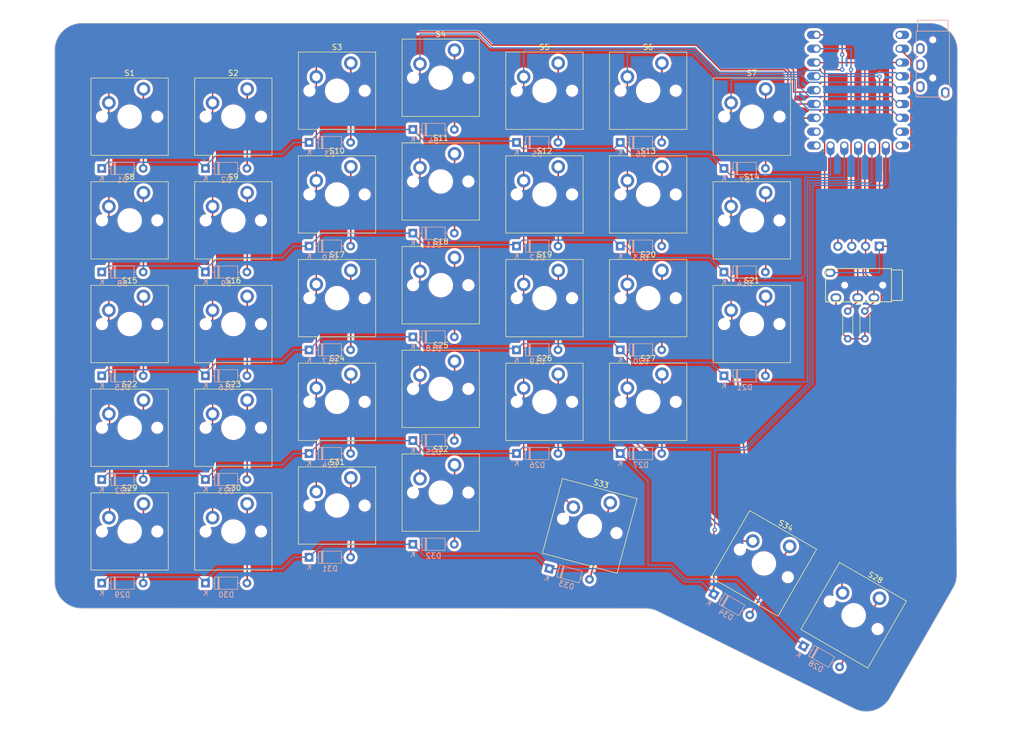
<source format=kicad_pcb>
(kicad_pcb (version 20221018) (generator pcbnew)
  (layers (0 "F.Cu" signal) (31 "B.Cu" signal) (34 "B.Paste" user) (35 "F.Paste" user) (36 "B.SilkS" user "B.Silkscreen") (37 "F.SilkS" user "F.Silkscreen") (38 "B.Mask" user) (39 "F.Mask" user) (44 "Edge.Cuts" user))
  (net 0 "")
  (net 1 "row0")
  (net 2 "Net-(D1-A)")
  (net 3 "Net-(D2-A)")
  (net 4 "Net-(D3-A)")
  (net 5 "Net-(D4-A)")
  (net 6 "Net-(D5-A)")
  (net 7 "Net-(D6-A)")
  (net 8 "row1")
  (net 9 "Net-(D8-A)")
  (net 10 "Net-(D9-A)")
  (net 11 "Net-(D10-A)")
  (net 12 "Net-(D11-A)")
  (net 13 "Net-(D12-A)")
  (net 14 "Net-(D13-A)")
  (net 15 "Net-(D14-A)")
  (net 16 "row2")
  (net 17 "Net-(D15-A)")
  (net 18 "row3")
  (net 19 "Net-(D16-A)")
  (net 20 "Net-(D17-A)")
  (net 21 "Net-(D18-A)")
  (net 22 "Net-(D19-A)")
  (net 23 "Net-(D20-A)")
  (net 24 "Net-(D21-A)")
  (net 25 "Net-(D22-A)")
  (net 26 "Net-(D23-A)")
  (net 27 "Net-(D24-A)")
  (net 28 "Net-(D25-A)")
  (net 29 "Net-(D26-A)")
  (net 30 "Net-(D27-A)")
  (net 31 "Net-(D28-A)")
  (net 32 "row4")
  (net 33 "Net-(D29-A)")
  (net 34 "Net-(D31-A)")
  (net 35 "Net-(D33-A)")
  (net 36 "col0")
  (net 37 "col1")
  (net 38 "col2")
  (net 39 "col3")
  (net 40 "col4")
  (net 41 "col5")
  (net 42 "col6")
  (net 43 "Net-(D30-A)")
  (net 44 "Net-(D32-A)")
  (net 45 "Net-(D34-A)")
  (net 46 "Net-(D7-A)")
  (net 47 "GND")
  (net 48 "VCC")
  (net 49 "SCL")
  (net 50 "SDA")
  (net 51 "TX0")
  (net 52 "RX0")
  (footprint "ScottoKeebs_MX:MX_PCB_1.00u" (layer "F.Cu") (at 63.1 60.71875)
    (fp_text reference "S9")
    (fp_text value "Keyswitch")
  )
  (footprint "ScottoKeebs_MX:MX_PCB_1.00u" (layer "F.Cu") (at 44.05 98.81875)
    (fp_text reference "S22")
    (fp_text value "Keyswitch")
  )
  (footprint "ScottoKeebs_MX:MX_PCB_1.00u" (layer "F.Cu") (at 101.2 72.625)
    (fp_text reference "S18")
    (fp_text value "Keyswitch")
  )
  (footprint "ScottoKeebs_MX:MX_PCB_1.00u" (layer "F.Cu") (at 82.15 75.00625)
    (fp_text reference "S17")
    (fp_text value "Keyswitch")
  )
  (footprint "ScottoKeebs_MX:MX_PCB_1.00u" (layer "F.Cu") (at 139.3 55.95625)
    (fp_text reference "S13")
    (fp_text value "Keyswitch")
  )
  (footprint "ScottoKeebs_MX:MX_PCB_1.00u" (layer "F.Cu") (at 120.25 55.95625)
    (fp_text reference "S12")
    (fp_text value "Keyswitch")
  )
  (footprint "ScottoKeebs_MX:MX_PCB_1.00u" (layer "F.Cu") (at 101.2 91.675)
    (fp_text reference "S25")
    (fp_text value "Keyswitch")
  )
  (footprint "ScottoKeebs_MX:MX_PCB_1.00u" (layer "F.Cu") (at 82.15 36.90625)
    (fp_text reference "S3")
    (fp_text value "Keyswitch")
  )
  (footprint "ScottoKeebs_MX:MX_PCB_1.00u" (layer "F.Cu") (at 63.1 79.76875)
    (fp_text reference "S16")
    (fp_text value "Keyswitch")
  )
  (footprint "ScottoKeebs_MX:MX_PCB_1.00u" (layer "F.Cu") (at 63.1 41.66875)
    (fp_text reference "S2")
    (fp_text value "Keyswitch")
  )
  (footprint "ScottoKeebs_MX:MX_PCB_1.00u" (layer "F.Cu") (at 158.35 79.76875)
    (fp_text reference "S21")
    (fp_text value "Keyswitch")
  )
  (footprint "ScottoKeebs_MX:MX_PCB_1.00u" (layer "F.Cu") (at 44.05 79.76875)
    (fp_text reference "S15")
    (fp_text value "Keyswitch")
  )
  (footprint "ScottoKeebs_MX:MX_PCB_1.00u" (layer "F.Cu") (at 160.560284 123.736392 -30)
    (fp_text reference "S34")
    (fp_text value "Keyswitch")
  )
  (footprint "ScottoKeebs_MX:MX_PCB_1.00u" (layer "F.Cu") (at 128.581631 116.851151 -15)
    (fp_text reference "S33")
    (fp_text value "Keyswitch")
  )
  (footprint "ScottoKeebs_MX:MX_PCB_1.00u" (layer "F.Cu") (at 44.05 41.66875)
    (fp_text reference "S1")
    (fp_text value "Keyswitch")
  )
  (footprint "ScottoKeebs_MX:MX_PCB_1.00u" (layer "F.Cu") (at 120.25 94.05625)
    (fp_text reference "S26")
    (fp_text value "Keyswitch")
  )
  (footprint "ScottoKeebs_MX:MX_PCB_1.00u" (layer "F.Cu") (at 44.05 60.71875)
    (fp_text reference "S8")
    (fp_text value "Keyswitch")
  )
  (footprint "ScottoKeebs_MX:MX_PCB_1.00u" (layer "F.Cu") (at 139.3 94.05625)
    (fp_text reference "S27")
    (fp_text value "Keyswitch")
  )
  (footprint "ScottoKeebs_MX:MX_PCB_1.00u" (layer "F.Cu") (at 63.1 98.81875)
    (fp_text reference "S23")
    (fp_text value "Keyswitch")
  )
  (footprint "ScottoKeebs_Components:OLED_128x32" (layer "F.Cu") (at 171.98375 67.08125 90)
    (fp_text reference "J1" hide)
    (fp_text value "OLED_128x32")
  )
  (footprint "ScottoKeebs_MX:MX_PCB_1.00u" (layer "F.Cu") (at 82.15 55.95625)
    (fp_text reference "S10")
    (fp_text value "Keyswitch")
  )
  (footprint "ScottoKeebs_MX:MX_PCB_1.00u" (layer "F.Cu") (at 120.25 36.90625)
    (fp_text reference "S5")
    (fp_text value "Keyswitch")
  )
  (footprint "ScottoKeebs_MX:MX_PCB_1.00u" (layer "F.Cu") (at 63.1 117.86875)
    (fp_text reference "S30")
    (fp_text value "Keyswitch")
  )
  (footprint "ScottoKeebs_MX:MX_PCB_1.00u" (layer "F.Cu") (at 101.2 53.575)
    (fp_text reference "S11")
    (fp_text value "Keyswitch")
  )
  (footprint "ScottoKeebs_MX:MX_PCB_1.00u" (layer "F.Cu") (at 101.2 34.525)
    (fp_text reference "S4")
    (fp_text value "Keyswitch")
  )
  (footprint "Resistor_THT:R_Axial_DIN0204_L3.6mm_D1.6mm_P5.08mm_Horizontal" (layer "F.Cu") (at 175.97125 82.4675 90)
    (fp_text reference "R1" hide)
    (fp_text value "Resistor" hide)
  )
  (footprint "ScottoKeebs_MX:MX_PCB_1.00u" (layer "F.Cu") (at 120.25 75.00625)
    (fp_text reference "S19")
    (fp_text value "Keyswitch")
  )
  (footprint "ScottoKeebs_MX:MX_PCB_1.00u" (layer "F.Cu") (at 139.3 75.00625)
    (fp_text reference "S20")
    (fp_text value "Keyswitch")
  )
  (footprint "ScottoKeebs_MX:MX_PCB_1.00u" (layer "F.Cu") (at 44.05 117.86875)
    (fp_text reference "S29")
    (fp_text value "Keyswitch")
  )
  (footprint "ScottoKeebs_MX:MX_PCB_1.00u" (layer "F.Cu") (at 158.35 60.71875)
    (fp_text reference "S14")
    (fp_text value "Keyswitch")
  )
  (footprint "ScottoKeebs_MX:MX_PCB_1.00u" (layer "F.Cu") (at 82.15 113.10625)
    (fp_text reference "S31")
    (fp_text value "Keyswitch")
  )
  (footprint "ScottoKeebs_MX:MX_PCB_1.00u" (layer "F.Cu") (at 82.15 94.05625)
    (fp_text reference "S24")
    (fp_text value "Keyswitch")
  )
  (footprint "ScottoKeebs_MX:MX_PCB_1.00u" (layer "F.Cu") (at 139.3 36.90625)
    (fp_text reference "S6")
    (fp_text value "Keyswitch")
  )
  (footprint "ScottoKeebs_Components:TRRS_PJ-320A" (layer "F.Cu") (at 184.00625 72.625 -90)
    (fp_text reference "U3")
    (fp_text value "TRRS")
  )
  (footprint "ScottoKeebs_MX:MX_PCB_1.00u" (layer "F.Cu") (at 158.35 41.66875)
    (fp_text reference "S7")
    (fp_text value "Keyswitch")
  )
  (footprint "ScottoKeebs_MX:MX_PCB_1.00u" (layer "F.Cu") (at 177.058068 133.261392 -30)
    (fp_text reference "S28")
    (fp_text value "Keyswitch")
  )
  (footprint "ScottoKeebs_MX:MX_PCB_1.00u" (layer "F.Cu") (at 101.2 110.725)
    (fp_text reference "S32")
    (fp_text value "Keyswitch")
  )
  (footprint "Resistor_THT:R_Axial_DIN0204_L3.6mm_D1.6mm_P5.08mm_Horizontal" (layer "F.Cu") (at 179.12125 82.4675 90)
    (fp_text reference "R2" hide)
    (fp_text value "Resistor" hide)
  )
  (footprint "ScottoKeebs_Components:Diode_DO-35" (layer "B.Cu") (at 134.175 103.55625)
    (fp_text reference "D27")
    (fp_text value "Diode")
  )
  (footprint "ScottoKeebs_Components:Diode_DO-35" (layer "B.Cu") (at 96.075 82.125)
    (fp_text reference "D18")
    (fp_text value "Diode")
  )
  (footprint "ScottoKeebs_Components:Diode_DO-35" (layer "B.Cu") (at 57.975 127.36875)
    (fp_text reference "D30")
    (fp_text value "Diode")
  )
  (footprint "ScottoKeebs_Components:Diode_DO-35" (layer "B.Cu") (at 115.125 103.55625)
    (fp_text reference "D26")
    (fp_text value "Diode")
  )
  (footprint "ScottoKeebs_Components:Diode_DO-35" (layer "B.Cu") (at 153.225 51.16875)
    (fp_text reference "D7")
    (fp_text value "Diode")
  )
  (footprint "ScottoKeebs_Components:Diode_DO-35" (layer "B.Cu") (at 96.075 120.225)
    (fp_text reference "D32")
    (fp_text value "Diode")
  )
  (footprint "ScottoKeebs_Components:Diode_DO-35" (layer "B.Cu") (at 153.225 70.21875)
    (fp_text reference "D14")
    (fp_text value "Diode")
  )
  (footprint "ScottoKeebs_Components:Diode_DO-35" (layer "B.Cu") (at 57.975 108.31875)
    (fp_text reference "D23")
    (fp_text value "Diode")
  )
  (footprint "ScottoKeebs_Components:Diode_DO-35" (layer "B.Cu") (at 115.125 46.40625)
    (fp_text reference "D5")
    (fp_text value "Diode")
  )
  (footprint "ScottoKeebs_Components:TRRS_PJ-320A" (layer "B.Cu") (at 191.6 25.95625 180)
    (fp_text reference "U3")
    (fp_text value "TRRS")
  )
  (footprint "ScottoKeebs_Components:Diode_DO-35" (layer "B.Cu") (at 77.025 65.45625)
    (fp_text reference "D10")
    (fp_text value "Diode")
  )
  (footprint "ScottoKeebs_Components:Diode_DO-35" (layer "B.Cu") (at 77.025 103.55625)
    (fp_text reference "D24")
    (fp_text value "Diode")
  )
  (footprint "ScottoKeebs_Components:Diode_DO-35" (layer "B.Cu") (at 57.975 89.26875)
    (fp_text reference "D16")
    (fp_text value "Diode")
  )
  (footprint "ScottoKeebs_Components:Diode_DO-35" (layer "B.Cu") (at 134.175 84.50625)
    (fp_text reference "D20")
    (fp_text value "Diode")
  )
  (footprint "ScottoKeebs_Components:Diode_DO-35" (layer "B.Cu") (at 153.225 89.26875)
    (fp_text reference "D21")
    (fp_text value "Diode")
  )
  (footprint "ScottoKeebs_Components:Diode_DO-35" (layer "B.Cu") (at 38.925 127.36875)
    (fp_text reference "D29")
    (fp_text value "Diode")
  )
  (footprint "ScottoKeebs_Components:Diode_DO-35" (layer "B.Cu") (at 77.025 46.40625)
    (fp_text reference "D3")
    (fp_text value "Diode")
  )
  (footprint "ScottoKeebs_Components:Diode_DO-35" (layer "B.Cu") (at 96.075 44.025)
    (fp_text reference "D4")
    (fp_text value "Diode")
  )
  (footprint "ScottoKeebs_Components:Diode_DO-35" (layer "B.Cu") (at 134.175 46.40625)
    (fp_text reference "D6")
    (fp_text value "Diode")
  )
  (footprint "ScottoKeebs_Components:Diode_DO-35" (layer "B.Cu") (at 115.125 65.45625)
    (fp_text reference "D12")
    (fp_text value "Diode")
  )
  (footprint "ScottoKeebs_Components:Diode_DO-35" (layer "B.Cu") (at 115.125 84.50625)
    (fp_text reference "D19")
    (fp_text value "Diode")
  )
  (footprint "ScottoKeebs_Components:Diode_DO-35" (layer "B.Cu") (at 38.925 51.16875)
    (fp_text reference "D1")
    (fp_text value "Diode")
  )
  (footprint "ScottoKeebs_Components:Diode_DO-35" (layer "B.Cu") (at 77.025 84.50625)
    (fp_text reference "D17")
    (fp_text value "Diode")
  )
  (footprint "ScottoKeebs_Components:Diode_DO-35" (layer "B.Cu") (at 96.075 101.175)
    (fp_text reference "D25")
    (fp_text value "Diode")
  )
  (footprint "ScottoKeebs_Components:Diode_DO-35" (layer "B.Cu") (at 151.371904 129.401133 -30)
    (fp_text reference "D34")
    (fp_text value "Diode")
  )
  (footprint "ScottoKeebs_Components:Diode_DO-35" (layer "B.Cu") (at 167.869688 138.926133 -30)
    (fp_text reference "D28")
    (fp_text value "Diode")
  )
  (footprint "ScottoKeebs_Components:Diode_DO-35" (layer "B.Cu") (at 38.925 108.31875)
    (fp_text reference "D22")
    (fp_text value "Diode")
  )
  (footprint "ScottoKeebs_Components:Diode_DO-35" (layer "B.Cu") (at 57.975 70.21875)
    (fp_text reference "D9")
    (fp_text value "Diode")
  )
  (footprint "ScottoKeebs_Components:Diode_DO-35" (layer "B.Cu") (at 77.025 122.60625)
    (fp_text reference "D31")
    (fp_text value "Diode")
  )
  (footprint "ScottoKeebs_Components:Diode_DO-35" (layer "B.Cu") (at 38.925 89.26875)
    (fp_text reference "D15")
    (fp_text value "Diode")
  )
  (footprint "ScottoKeebs_MCU:RP2040_Zero" (layer "B.Cu") (at 177.87625 36.80375 180)
    (fp_text reference "U1" hide)
    (fp_text value "RP2040_Zero" hide)
  )
  (footprint "ScottoKeebs_Components:Diode_DO-35" (layer "B.Cu") (at 134.175 65.45625)
    (fp_text reference "D13")
    (fp_text value "Diode")
  )
  (footprint "ScottoKeebs_Components:Diode_DO-35" (layer "B.Cu") (at 121.172481 124.700998 -15)
    (fp_text reference "D33")
    (fp_text value "Diode")
  )
  (footprint "ScottoKeebs_Components:Diode_DO-35" (layer "B.Cu") (at 38.925 70.21875)
    (fp_text reference "D8")
    (fp_text value "Diode")
  )
  (footprint "ScottoKeebs_Components:Diode_DO-35" (layer "B.Cu") (at 57.975 51.16875)
    (fp_text reference "D2")
    (fp_text value "Diode")
  )
  (footprint "ScottoKeebs_Components:Diode_DO-35" (layer "B.Cu") (at 96.075 63.075)
    (fp_text reference "D11")
    (fp_text value "Diode")
  )
  (gr_line (start 183.710125 148.430573) (end 195.327061 128.26206) (stroke (width 0.1)) (layer "Edge.Cuts"))
  (gr_line (start 195.994347 125.745505) (end 195.923581 108.868141) (stroke (width 0.1)) (layer "Edge.Cuts"))
  (gr_arc (start 195.994347 125.745505) (mid 195.827383 127.04798) (end 195.327061 128.26206) (stroke (width 0.1)) (layer "Edge.Cuts"))
  (gr_line (start 35.274442 131.994889) (end 138.854933 132.018483) (stroke (width 0.1)) (layer "Edge.Cuts"))
  (gr_line (start 141.073451 132.538179) (end 177.157798 150.415287) (stroke (width 0.1)) (layer "Edge.Cuts"))
  (gr_line (start 191.133273 24.49375) (end 35.286919 24.49375) (stroke (width 0.1)) (layer "Edge.Cuts"))
  (gr_line (start 195.923554 108.833958) (end 196.133256 29.506967) (stroke (width 0.1)) (layer "Edge.Cuts"))
  (gr_arc (start 30.286919 29.493169) (mid 31.75159 25.958011) (end 35.286919 24.49375) (stroke (width 0.1)) (layer "Edge.Cuts"))
  (gr_line (start 30.286919 29.493169) (end 30.275581 126.994308) (stroke (width 0.1)) (layer "Edge.Cuts"))
  (gr_arc (start 138.854933 132.018483) (mid 139.994191 132.150268) (end 141.073451 132.538179) (stroke (width 0.1)) (layer "Edge.Cuts"))
  (gr_arc (start 195.923581 108.868141) (mid 195.923538 108.85105) (end 195.923554 108.833958) (stroke (width 0.1)) (layer "Edge.Cuts"))
  (gr_arc (start 183.710125 148.430573) (mid 180.82693 150.720275) (end 177.157798 150.415287) (stroke (width 0.1)) (layer "Edge.Cuts"))
  (gr_arc (start 35.274442 131.994889) (mid 31.739439 130.529815) (end 30.275581 126.994308) (stroke (width 0.1)) (layer "Edge.Cuts"))
  (gr_arc (start 191.133273 24.49375) (mid 194.673512 25.96288) (end 196.133256 29.506967) (stroke (width 0.1)) (layer "Edge.Cuts"))
  (segment (start 96.075 44.025) (end 79.40625 44.025) (width 0.25) (layer "B.Cu") (net 1))
  (segment (start 40.05 50.04375) (end 56.85 50.04375) (width 0.25) (layer "B.Cu") (net 1))
  (segment (start 134.175 46.40625) (end 136.28625 48.5175) (width 0.25) (layer "B.Cu") (net 1))
  (segment (start 153.225 51.16875) (end 154.35 52.29375) (width 0.25) (layer "B.Cu") (net 1))
  (segment (start 133.05 47.53125) (end 116.25 47.53125) (width 0.25) (layer "B.Cu") (net 1))
  (segment (start 98.18625 46.13625) (end 114.855 46.13625) (width 0.25) (layer "B.Cu") (net 1))
  (segment (start 74.22375 46.40625) (end 77.025 46.40625) (width 0.25) (layer "B.Cu") (net 1))
  (segment (start 172.79625 52.415) (end 172.79625 46.96375) (width 0.25) (layer "B.Cu") (net 1))
  (segment (start 72.1125 48.5175) (end 74.22375 46.40625) (width 0.25) (layer "B.Cu") (net 1))
  (segment (start 57.975 51.16875) (end 57.975 50.74875) (width 0.25) (layer "B.Cu") (net 1))
  (segment (start 172.675 52.29375) (end 172.79625 52.415) (width 0.25) (layer "B.Cu") (net 1))
  (segment (start 60.20625 48.5175) (end 72.1125 48.5175) (width 0.25) (layer "B.Cu") (net 1))
  (segment (start 57.975 50.74875) (end 60.20625 48.5175) (width 0.25) (layer "B.Cu") (net 1))
  (segment (start 134.175 46.40625) (end 133.05 47.53125) (width 0.25) (layer "B.Cu") (net 1))
  (segment (start 38.925 51.16875) (end 40.05 50.04375) (width 0.25) (layer "B.Cu") (net 1))
  (segment (start 116.25 47.53125) (end 115.125 46.40625) (width 0.25) (layer "B.Cu") (net 1))
  (segment (start 136.28625 48.5175) (end 150.57375 48.5175) (width 0.25) (layer "B.Cu") (net 1))
  (segment (start 96.075 44.025) (end 98.18625 46.13625) (width 0.25) (layer "B.Cu") (net 1))
  (segment (start 150.57375 48.5175) (end 153.225 51.16875) (width 0.25) (layer "B.Cu") (net 1))
  (segment (start 79.40625 44.025) (end 77.025 46.40625) (width 0.25) (layer "B.Cu") (net 1))
  (segment (start 114.855 46.13625) (end 115.125 46.40625) (width 0.25) (layer "B.Cu") (net 1))
  (segment (start 56.85 50.04375) (end 57.975 51.16875) (width 0.25) (layer "B.Cu") (net 1))
  (segment (start 154.35 52.29375) (end 172.675 52.29375) (width 0.25) (layer "B.Cu") (net 1))
  (segment (start 46.59 36.58875) (end 46.59 51.12375) (width 0.25) (layer "F.Cu") (net 2))
  (segment (start 46.59 36.58875) (end 46.59 51.12375) (width 0.25) (layer "F.Cu") (net 2))
  (segment (start 46.59 51.12375) (end 46.545 51.16875) (width 0.25) (layer "F.Cu") (net 2))
  (segment (start 46.59 51.12375) (end 46.545 51.16875) (width 0.25) (layer "F.Cu") (net 2))
  (segment (start 65.64 51.12375) (end 65.595 51.16875) (width 0.25) (layer "F.Cu") (net 3))
  (segment (start 65.64 36.58875) (end 65.64 51.12375) (width 0.25) (layer "F.Cu") (net 3))
  (segment (start 65.64 51.12375) (end 65.595 51.16875) (width 0.25) (layer "F.Cu") (net 3))
  (segment (start 65.64 36.58875) (end 65.64 51.12375) (width 0.25) (layer "F.Cu") (net 3))
  (segment (start 84.69 31.82625) (end 84.69 46.36125) (width 0.25) (layer "F.Cu") (net 4))
  (segment (start 84.69 46.36125) (end 84.645 46.40625) (width 0.25) (layer "F.Cu") (net 4))
  (segment (start 84.69 31.82625) (end 84.69 46.36125) (width 0.25) (layer "F.Cu") (net 4))
  (segment (start 84.69 46.36125) (end 84.645 46.40625) (width 0.25) (layer "F.Cu") (net 4))
  (segment (start 103.74 43.98) (end 103.695 44.025) (width 0.25) (layer "F.Cu") (net 5))
  (segment (start 103.74 29.445) (end 103.74 43.98) (width 0.25) (layer "F.Cu") (net 5))
  (segment (start 103.74 29.445) (end 103.74 43.98) (width 0.25) (layer "F.Cu") (net 5))
  (segment (start 103.74 43.98) (end 103.695 44.025) (width 0.25) (layer "F.Cu") (net 5))
  (segment (start 122.79 31.82625) (end 122.79 46.36125) (width 0.25) (layer "F.Cu") (net 6))
  (segment (start 122.79 46.36125) (end 122.745 46.40625) (width 0.25) (layer "F.Cu") (net 6))
  (segment (start 122.79 31.82625) (end 122.79 46.36125) (width 0.25) (layer "F.Cu") (net 6))
  (segment (start 122.79 46.36125) (end 122.745 46.40625) (width 0.25) (layer "F.Cu") (net 6))
  (segment (start 141.84 31.82625) (end 141.84 46.36125) (width 0.25) (layer "F.Cu") (net 7))
  (segment (start 141.84 31.82625) (end 141.84 46.36125) (width 0.25) (layer "F.Cu") (net 7))
  (segment (start 141.84 46.36125) (end 141.795 46.40625) (width 0.25) (layer "F.Cu") (net 7))
  (segment (start 141.84 46.36125) (end 141.795 46.40625) (width 0.25) (layer "F.Cu") (net 7))
  (segment (start 150.57375 67.5675) (end 153.225 70.21875) (width 0.25) (layer "B.Cu") (net 8))
  (segment (start 175.325 52.94375) (end 175.33625 52.9325) (width 0.25) (layer "B.Cu") (net 8))
  (segment (start 116.25 64.33125) (end 133.05 64.33125) (width 0.25) (layer "B.Cu") (net 8))
  (segment (start 56.85 69.09375) (end 57.975 70.21875) (width 0.25) (layer "B.Cu") (net 8))
  (segment (start 72.1125 67.5675) (end 74.22375 65.45625) (width 0.25) (layer "B.Cu") (net 8))
  (segment (start 57.975 70.21875) (end 57.975 69.79875) (width 0.25) (layer "B.Cu") (net 8))
  (segment (start 74.22375 65.45625) (end 77.025 65.45625) (width 0.25) (layer "B.Cu") (net 8))
  (segment (start 175.33625 52.9325) (end 175.33625 46.96375) (width 0.25) (layer "B.Cu") (net 8))
  (segment (start 167.525 71.34375) (end 168.125 70.74375) (width 0.25) (layer "B.Cu") (net 8))
  (segment (start 57.975 69.79875) (end 60.20625 67.5675) (width 0.25) (layer "B.Cu") (net 8))
  (segment (start 153.225 70.21875) (end 154.35 71.34375) (width 0.25) (layer "B.Cu") (net 8))
  (segment (start 175.24625 52.865) (end 175.325 52.94375) (width 0.25) (layer "B.Cu") (net 8))
  (segment (start 134.175 65.45625) (end 135.225 65.45625) (width 0.25) (layer "B.Cu") (net 8))
  (segment (start 168.125 52.74375) (end 168.24625 52.865) (width 0.25) (layer "B.Cu") (net 8))
  (segment (start 115.125 65.45625) (end 116.25 64.33125) (width 0.25) (layer "B.Cu") (net 8))
  (segment (start 60.20625 67.5675) (end 72.1125 67.5675) (width 0.25) (layer "B.Cu") (net 8))
  (segment (start 135.225 65.45625) (end 137.33625 67.5675) (width 0.25) (layer "B.Cu") (net 8))
  (segment (start 168.24625 52.865) (end 175.24625 52.865) (width 0.25) (layer "B.Cu") (net 8))
  (segment (start 114.855 65.18625) (end 115.125 65.45625) (width 0.25) (layer "B.Cu") (net 8))
  (segment (start 154.35 71.34375) (end 167.525 71.34375) (width 0.25) (layer "B.Cu") (net 8))
  (segment (start 137.33625 67.5675) (end 150.57375 67.5675) (width 0.25) (layer "B.Cu") (net 8))
  (segment (start 96.075 63.075) (end 98.18625 65.18625) (width 0.25) (layer "B.Cu") (net 8))
  (segment (start 133.05 64.33125) (end 134.175 65.45625) (width 0.25) (layer "B.Cu") (net 8))
  (segment (start 40.05 69.09375) (end 56.85 69.09375) (width 0.25) (layer "B.Cu") (net 8))
  (segment (start 38.925 70.21875) (end 40.05 69.09375) (width 0.25) (layer "B.Cu") (net 8))
  (segment (start 168.125 70.74375) (end 168.125 52.74375) (width 0.25) (layer "B.Cu") (net 8))
  (segment (start 77.025 65.45625) (end 79.40625 63.075) (width 0.25) (layer "B.Cu") (net 8))
  (segment (start 79.40625 63.075) (end 96.075 63.075) (width 0.25) (layer "B.Cu") (net 8))
  (segment (start 98.18625 65.18625) (end 114.855 65.18625) (width 0.25) (layer "B.Cu") (net 8))
  (segment (start 46.59 70.17375) (end 46.545 70.21875) (width 0.25) (layer "F.Cu") (net 9))
  (segment (start 46.59 55.63875) (end 46.59 70.17375) (width 0.25) (layer "F.Cu") (net 9))
  (segment (start 46.59 70.17375) (end 46.545 70.21875) (width 0.25) (layer "F.Cu") (net 9))
  (segment (start 46.59 55.63875) (end 46.59 70.17375) (width 0.25) (layer "F.Cu") (net 9))
  (segment (start 65.64 70.17375) (end 65.595 70.21875) (width 0.25) (layer "F.Cu") (net 10))
  (segment (start 65.64 55.63875) (end 65.64 70.17375) (width 0.25) (layer "F.Cu") (net 10))
  (segment (start 65.64 70.17375) (end 65.595 70.21875) (width 0.25) (layer "F.Cu") (net 10))
  (segment (start 65.64 55.63875) (end 65.64 70.17375) (width 0.25) (layer "F.Cu") (net 10))
  (segment (start 84.69 50.87625) (end 84.69 65.41125) (width 0.25) (layer "F.Cu") (net 11))
  (segment (start 84.69 65.41125) (end 84.645 65.45625) (width 0.25) (layer "F.Cu") (net 11))
  (segment (start 84.69 50.87625) (end 84.69 65.41125) (width 0.25) (layer "F.Cu") (net 11))
  (segment (start 84.69 65.41125) (end 84.645 65.45625) (width 0.25) (layer "F.Cu") (net 11))
  (segment (start 103.74 63.03) (end 103.695 63.075) (width 0.25) (layer "F.Cu") (net 12))
  (segment (start 103.74 63.03) (end 103.695 63.075) (width 0.25) (layer "F.Cu") (net 12))
  (segment (start 103.74 48.495) (end 103.74 63.03) (width 0.25) (layer "F.Cu") (net 12))
  (segment (start 103.74 48.495) (end 103.74 63.03) (width 0.25) (layer "F.Cu") (net 12))
  (segment (start 122.79 50.87625) (end 122.79 65.41125) (width 0.25) (layer "F.Cu") (net 13))
  (segment (start 122.79 65.41125) (end 122.745 65.45625) (width 0.25) (layer "F.Cu") (net 13))
  (segment (start 122.79 65.41125) (end 122.745 65.45625) (width 0.25) (layer "F.Cu") (net 13))
  (segment (start 122.79 50.87625) (end 122.79 65.41125) (width 0.25) (layer "F.Cu") (net 13))
  (segment (start 141.84 65.41125) (end 141.795 65.45625) (width 0.25) (layer "F.Cu") (net 14))
  (segment (start 141.84 65.41125) (end 141.795 65.45625) (width 0.25) (layer "F.Cu") (net 14))
  (segment (start 141.84 50.87625) (end 141.84 65.41125) (width 0.25) (layer "F.Cu") (net 14))
  (segment (start 141.84 50.87625) (end 141.84 65.41125) (width 0.25) (layer "F.Cu") (net 14))
  (segment (start 160.89 55.63875) (end 160.89 70.17375) (width 0.25) (layer "F.Cu") (net 15))
  (segment (start 160.89 70.17375) (end 160.845 70.21875) (width 0.25) (layer "F.Cu") (net 15))
  (segment (start 160.89 55.63875) (end 160.89 70.17375) (width 0.25) (layer "F.Cu") (net 15))
  (segment (start 160.89 70.17375) (end 160.845 70.21875) (width 0.25) (layer "F.Cu") (net 15))
  (segment (start 177.87625 46.96375) (end 177.925 47.0125) (width 0.25) (layer "B.Cu") (net 16))
  (segment (start 150.8075 86.85125) (end 153.225 89.26875) (width 0.25) (layer "B.Cu") (net 16))
  (segment (start 136.52 86.85125) (end 150.8075 86.85125) (width 0.25) (layer "B.Cu") (net 16))
  (segment (start 177.925 53.34375) (end 177.875 53.39375) (width 0.25) (layer "B.Cu") (net 16))
  (segment (start 177.925 47.0125) (end 177.925 53.34375) (width 0.25) (layer "B.Cu") (net 16))
  (segment (start 116.25 83.38125) (end 133.05 83.38125) (width 0.25) (layer "B.Cu") (net 16))
  (segment (start 114.855 84.23625) (end 115.125 84.50625) (width 0.25) (layer "B.Cu") (net 16))
  (segment (start 72.1125 86.6175) (end 74.22375 84.50625) (width 0.25) (layer "B.Cu") (net 16))
  (segment (start 38.925 89.26875) (end 40.05 88.14375) (width 0.25) (layer "B.Cu") (net 16))
  (segment (start 74.22375 84.50625) (end 77.025 84.50625) (width 0.25) (layer "B.Cu") (net 16))
  (segment (start 168.575 53.34375) (end 168.575 90.34375) (width 0.25) (layer "B.Cu") (net 16))
  (segment (start 57.975 88.84875) (end 60.20625 86.6175) (width 0.25) (layer "B.Cu") (net 16))
  (segment (start 57.975 89.26875) (end 57.975 88.84875) (width 0.25) (layer "B.Cu") (net 16))
  (segment (start 154.35 90.39375) (end 168.525 90.39375) (width 0.25) (layer "B.Cu") (net 16))
  (segment (start 40.05 88.14375) (end 56.85 88.14375) (width 0.25) (layer "B.Cu") (net 16))
  (segment (start 56.85 88.14375) (end 57.975 89.26875) (width 0.25) (layer "B.Cu") (net 16))
  (segment (start 98.18625 84.23625) (end 114.855 84.23625) (width 0.25) (layer "B.Cu") (net 16))
  (segment (start 79.40625 82.125) (end 96.075 82.125) (width 0.25) (layer "B.Cu") (net 16))
  (segment (start 168.625 53.39375) (end 168.575 53.34375) (width 0.25) (layer "B.Cu") (net 16))
  (segment (start 153.225 89.26875) (end 154.35 90.39375) (width 0.25) (layer "B.Cu") (net 16))
  (segment (start 168.575 90.34375) (end 168.525 90.39375) (width 0.25) (layer "B.Cu") (net 16))
  (segment (start 133.05 83.38125) (end 134.175 84.50625) (width 0.25) (layer "B.Cu") (net 16))
  (segment (start 60.20625 86.6175) (end 72.1125 86.6175) (width 0.25) (layer "B.Cu") (net 16))
  (segment (start 177.875 53.39375) (end 168.625 53.39375) (width 0.25) (layer "B.Cu") (net 16))
  (segment (start 115.125 84.50625) (end 116.25 83.38125) (width 0.25) (layer "B.Cu") (net 16))
  (segment (start 96.075 82.125) (end 98.18625 84.23625) (width 0.25) (layer "B.Cu") (net 16))
  (segment (start 77.025 84.50625) (end 79.40625 82.125) (width 0.25) (layer "B.Cu") (net 16))
  (segment (start 134.175 84.50625) (end 136.52 86.85125) (width 0.25) (layer "B.Cu") (net 16))
  (segment (start 46.59 74.68875) (end 46.59 89.22375) (width 0.25) (layer "F.Cu") (net 17))
  (segment (start 46.59 89.22375) (end 46.545 89.26875) (width 0.25) (layer "F.Cu") (net 17))
  (segment (start 46.59 89.22375) (end 46.545 89.26875) (width 0.25) (layer "F.Cu") (net 17))
  (segment (start 46.59 74.68875) (end 46.59 89.22375) (width 0.25) (layer "F.Cu") (net 17))
  (segment (start 74.22375 103.55625) (end 77.025 103.55625) (width 0.25) (layer "B.Cu") (net 18))
  (segment (start 116.25 102.43125) (end 133.05 102.43125) (width 0.25) (layer "B.Cu") (net 18))
  (segment (start 60.20625 106.0875) (end 60.20625 105.6675) (width 0.25) (layer "B.Cu") (net 18))
  (segment (start 40.05 107.19375) (end 56.85 107.19375) (width 0.25) (layer "B.Cu") (net 18))
  (segment (start 115.08875 103.52) (end 115.125 103.55625) (width 0.25) (layer "B.Cu") (net 18))
  (segment (start 60.20625 105.6675) (end 72.1125 105.6675) (width 0.25) (layer "B.Cu") (net 18))
  (segment (start 167.869688 138.926133) (end 155.592305 126.64875) (width 0.25) (layer "B.Cu") (net 18))
  (segment (start 38.925 108.31875) (end 40.05 107.19375) (width 0.25) (layer "B.Cu") (net 18))
  (segment (start 143.545 124.075) (end 139.285 124.075) (width 0.25) (layer "B.Cu") (net 18))
  (segment (start 139.285 124.075) (end 139.285 108.66625) (width 0.25) (layer "B.Cu") (net 18))
  (segment (start 146.11875 126.64875) (end 143.545 124.075) (width 0.25) (layer "B.Cu") (net 18))
  (segment (start 115.125 103.55625) (end 116.25 102.43125) (width 0.25) (layer "B.Cu") (net 18))
  (segment (start 96.075 101.175) (end 98.42 103.52) (width 0.25) (layer "B.Cu") (net 18))
  (segment (start 135.3 102.43125) (end 134.175 103.55625) (width 0.25) (layer "B.Cu") (net 18))
  (segment (start 56.85 107.19375) (end 57.975 108.31875) (width 0.25) (layer "B.Cu") (net 18))
  (segment (start 169.025 90.530146) (end 157.123896 102.43125) (width 0.25) (layer "B.Cu") (net 18))
  (segment (start 180.225 53.84375) (end 169.025 53.84375) (width 0.25) (layer "B.Cu") (net 18))
  (segment (start 169.025 53.84375) (end 169.025 90.530146) (width 0.25) (layer "B.Cu") (net 18))
  (segment (start 98.42 103.52) (end 115.08875 103.52) (width 0.25) (layer "B.Cu") (net 18))
  (segment (start 72.1125 105.6675) (end 74.22375 103.55625) (width 0.25) (layer "B.Cu") (net 18))
  (segment (start 77.025 103.55625) (end 79.40625 101.175) (width 0.25) (layer "B.Cu") (net 18))
  (segment (start 139.285 108.66625) (end 134.175 103.55625) (width 0.25) (layer "B.Cu") (net 18))
  (segment (start 180.41625 53.6525) (end 180.225 53.84375) (width 0.25) (layer "B.Cu") (net 18))
  (segment (start 57.975 108.31875) (end 60.20625 106.0875) (width 0.25) (layer "B.Cu") (net 18))
  (segment (start 155.592305 126.64875) (end 146.11875 126.64875) (width 0.25) (layer "B.Cu") (net 18))
  (segment (start 157.123896 102.43125) (end 135.3 102.43125) (width 0.25) (layer "B.Cu") (net 18))
  (segment (start 180.41625 46.96375) (end 180.41625 53.6525) (width 0.25) (layer "B.Cu") (net 18))
  (segment (start 133.05 102.43125) (end 134.175 103.55625) (width 0.25) (layer "B.Cu") (net 18))
  (segment (start 79.40625 101.175) (end 96.075 101.175) (width 0.25) (layer "B.Cu") (net 18))
  (segment (start 65.64 89.22375) (end 65.595 89.26875) (width 0.25) (layer "F.Cu") (net 19))
  (segment (start 65.64 74.68875) (end 65.64 89.22375) (width 0.25) (layer "F.Cu") (net 19))
  (segment (start 65.64 74.68875) (end 65.64 89.22375) (width 0.25) (layer "F.Cu") (net 19))
  (segment (start 65.64 89.22375) (end 65.595 89.26875) (width 0.25) (layer "F.Cu") (net 19))
  (segment (start 84.69 84.46125) (end 84.645 84.50625) (width 0.25) (layer "F.Cu") (net 20))
  (segment (start 84.69 69.92625) (end 84.69 84.46125) (width 0.25) (layer "F.Cu") (net 20))
  (segment (start 84.69 84.46125) (end 84.645 84.50625) (width 0.25) (layer "F.Cu") (net 20))
  (segment (start 84.69 69.92625) (end 84.69 84.46125) (width 0.25) (layer "F.Cu") (net 20))
  (segment (start 103.74 67.545) (end 103.74 82.08) (width 0.25) (layer "F.Cu") (net 21))
  (segment (start 103.74 82.08) (end 103.695 82.125) (width 0.25) (layer "F.Cu") (net 21))
  (segment (start 103.74 67.545) (end 103.74 82.08) (width 0.25) (layer "F.Cu") (net 21))
  (segment (start 103.74 82.08) (end 103.695 82.125) (width 0.25) (layer "F.Cu") (net 21))
  (segment (start 122.79 84.46125) (end 122.745 84.50625) (width 0.25) (layer "F.Cu") (net 22))
  (segment (start 122.79 84.46125) (end 122.745 84.50625) (width 0.25) (layer "F.Cu") (net 22))
  (segment (start 122.79 69.92625) (end 122.79 84.46125) (width 0.25) (layer "F.Cu") (net 22))
  (segment (start 122.79 69.92625) (end 122.79 84.46125) (width 0.25) (layer "F.Cu") (net 22))
  (segment (start 141.84 69.92625) (end 141.84 84.46125) (width 0.25) (layer "F.Cu") (net 23))
  (segment (start 141.84 84.46125) (end 141.795 84.50625) (width 0.25) (layer "F.Cu") (net 23))
  (segment (start 141.84 69.92625) (end 141.84 84.46125) (width 0.25) (layer "F.Cu") (net 23))
  (segment (start 141.84 84.46125) (end 141.795 84.50625) (width 0.25) (layer "F.Cu") (net 23))
  (segment (start 160.89 89.22375) (end 160.845 89.26875) (width 0.25) (layer "F.Cu") (net 24))
  (segment (start 160.89 74.68875) (end 160.89 89.22375) (width 0.25) (layer "F.Cu") (net 24))
  (segment (start 160.89 89.22375) (end 160.845 89.26875) (width 0.25) (layer "F.Cu") (net 24))
  (segment (start 160.89 74.68875) (end 160.89 89.22375) (width 0.25) (layer "F.Cu") (net 24))
  (segment (start 46.59 93.73875) (end 46.59 108.27375) (width 0.25) (layer "F.Cu") (net 25))
  (segment (start 46.59 93.73875) (end 46.59 108.27375) (width 0.25) (layer "F.Cu") (net 25))
  (segment (start 46.59 108.27375) (end 46.545 108.31875) (width 0.25) (layer "F.Cu") (net 25))
  (segment (start 46.59 108.27375) (end 46.545 108.31875) (width 0.25) (layer "F.Cu") (net 25))
  (segment (start 65.64 108.27375) (end 65.595 108.31875) (width 0.25) (layer "F.Cu") (net 26))
  (segment (start 65.64 108.27375) (end 65.595 108.31875) (width 0.25) (layer "F.Cu") (net 26))
  (segment (start 65.64 93.73875) (end 65.64 108.27375) (width 0.25) (layer "F.Cu") (net 26))
  (segment (start 65.64 93.73875) (end 65.64 108.27375) (width 0.25) (layer "F.Cu") (net 26))
  (segment (start 84.69 103.51125) (end 84.645 103.55625) (width 0.25) (layer "F.Cu") (net 27))
  (segment (start 84.69 88.97625) (end 84.69 103.51125) (width 0.25) (layer "F.Cu") (net 27))
  (segment (start 84.69 103.51125) (end 84.645 103.55625) (width 0.25) (layer "F.Cu") (net 27))
  (segment (start 84.69 88.97625) (end 84.69 103.51125) (width 0.25) (layer "F.Cu") (net 27))
  (segment (start 103.74 101.13) (end 103.695 101.175) (width 0.25) (layer "F.Cu") (net 28))
  (segment (start 103.74 101.13) (end 103.695 101.175) (width 0.25) (layer "F.Cu") (net 28))
  (segment (start 103.74 86.595) (end 103.74 101.13) (width 0.25) (layer "F.Cu") (net 28))
  (segment (start 103.74 86.595) (end 103.74 101.13) (width 0.25) (layer "F.Cu") (net 28))
  (segment (start 122.79 88.97625) (end 122.79 103.51125) (width 0.25) (layer "F.Cu") (net 29))
  (segment (start 122.79 88.97625) (end 122.79 103.51125) (width 0.25) (layer "F.Cu") (net 29))
  (segment (start 122.79 103.51125) (end 122.745 103.55625) (width 0.25) (layer "F.Cu") (net 29))
  (segment (start 122.79 103.51125) (end 122.745 103.55625) (width 0.25) (layer "F.Cu") (net 29))
  (segment (start 141.84 103.51125) (end 141.795 103.55625) (width 0.25) (layer "F.Cu") (net 30))
  (segment (start 141.84 88.97625) (end 141.84 103.51125) (width 0.25) (layer "F.Cu") (net 30))
  (segment (start 141.84 103.51125) (end 141.795 103.55625) (width 0.25) (layer "F.Cu") (net 30))
  (segment (start 141.84 88.97625) (end 141.84 103.51125) (width 0.25) (layer "F.Cu") (net 30))
  (segment (start 174.530273 142.719661) (end 174.468802 142.736133) (width 0.25) (layer "F.Cu") (net 31))
  (segment (start 181.797773 130.131983) (end 174.530273 142.719661) (width 0.25) (layer "F.Cu") (net 31))
  (segment (start 174.530273 142.719661) (end 174.468802 142.736133) (width 0.25) (layer "F.Cu") (net 31))
  (segment (start 181.797773 130.131983) (end 174.530273 142.719661) (width 0.25) (layer "F.Cu") (net 31))
  (segment (start 151.371904 129.401133) (end 151.371904 117.696846) (width 0.25) (layer "F.Cu") (net 32))
  (segment (start 151.371904 117.696846) (end 151.525 117.54375) (width 0.25) (layer "F.Cu") (net 32))
  (via (at 151.525 117.54375) (size 0.8) (drill 0.4) (layers "F.Cu" "B.Cu") (net 32))
  (segment (start 98.18625 122.33625) (end 118.807733 122.33625) (width 0.25) (layer "B.Cu") (net 32))
  (segment (start 57.975 127.36875) (end 57.975 126.94875) (width 0.25) (layer "B.Cu") (net 32))
  (segment (start 169.525 90.666542) (end 157.386396 102.805146) (width 0.25) (layer "B.Cu") (net 32))
  (segment (start 74.22375 122.60625) (end 77.025 122.60625) (width 0.25) (layer "B.Cu") (net 32))
  (segment (start 143.55 124.7175) (end 145.93125 127.09875) (width 0.25) (layer "B.Cu") (net 32))
  (segment (start 40.05 126.24375) (end 56.85 126.24375) (width 0.25) (layer "B.Cu") (net 32))
  (segment (start 56.85 126.24375) (end 57.975 127.36875) (width 0.25) (layer "B.Cu") (net 32))
  (segment (start 157.310292 102.88125) (end 157.386396 102.805146) (width 0.25) (layer "B.Cu") (net 32))
  (segment (start 134.008498 124.700998) (end 134.025 124.7175) (width 0.25) (layer "B.Cu") (net 32))
  (segment (start 134.008498 124.700998) (end 121.172481 124.700998) (width 0.25) (layer "B.Cu") (net 32))
  (segment (start 57.975 126.94875) (end 60.20625 124.7175) (width 0.25) (layer "B.Cu") (net 32))
  (segment (start 60.20625 124.7175) (end 72.1125 124.7175) (width 0.25) (layer "B.Cu") (net 32))
  (segment (start 169.525 54.34375) (end 169.525 90.666542) (width 0.25) (layer "B.Cu") (net 32))
  (segment (start 38.925 127.36875) (end 40.05 126.24375) (width 0.25) (layer "B.Cu") (net 32))
  (segment (start 134.025 124.7175) (end 143.55 124.7175) (width 0.25) (layer "B.Cu") (net 32))
  (segment (start 77.025 122.60625) (end 79.40625 120.225) (width 0.25) (layer "B.Cu") (net 32))
  (segment (start 172.325 54.29375) (end 169.575 54.29375) (width 0.25) (layer "B.Cu") (net 32))
  (segment (start 182.95625 46.96375) (end 182.95625 51.748896) (width 0.25) (layer "B.Cu") (net 32))
  (segment (start 151.525 117.54375) (end 151.525 102.88125) (width 0.25) (layer "B.Cu") (net 32))
  (segment (start 182.925 54.14375) (end 182.775 54.29375) (width 0.25) (layer "B.Cu") (net 32))
  (segment (start 182.95625 51.748896) (end 182.925 51.780146) (width 0.25) (layer "B.Cu") (net 32))
  (segment (start 182.925 51.780146) (end 182.925 54.14375) (width 0.25) (layer "B.Cu") (net 32))
  (segment (start 96.075 120.225) (end 98.18625 122.33625) (width 0.25) (layer "B.Cu") (net 32))
  (segment (start 145.93125 127.09875) (end 149.069521 127.09875) (width 0.25) (layer "B.Cu") (net 32))
  (segment (start 79.40625 120.225) (end 96.075 120.225) (width 0.25) (layer "B.Cu") (net 32))
  (segment (start 151.525 102.88125) (end 157.310292 102.88125) (width 0.25) (layer "B.Cu") (net 32))
  (segment (start 169.575 54.29375) (end 169.525 54.34375) (width 0.25) (layer "B.Cu") (net 32))
  (segment (start 72.1125 124.7175) (end 74.22375 122.60625) (width 0.25) (layer "B.Cu") (net 32))
  (segment (start 118.807733 122.33625) (end 121.172481 124.700998) (width 0.25) (layer "B.Cu") (net 32))
  (segment (start 151.371904 129.401133) (end 149.069521 127.09875) (width 0.25) (layer "B.Cu") (net 32))
  (segment (start 182.775 54.29375) (end 172.325 54.29375) (width 0.25) (layer "B.Cu") (net 32))
  (segment (start 46.59 112.78875) (end 46.59 127.32375) (width 0.25) (layer "F.Cu") (net 33))
  (segment (start 46.59 127.32375) (end 46.545 127.36875) (width 0.25) (layer "F.Cu") (net 33))
  (segment (start 46.59 112.78875) (end 46.59 127.32375) (width 0.25) (layer "F.Cu") (net 33))
  (segment (start 46.59 127.32375) (end 46.545 127.36875) (width 0.25) (layer "F.Cu") (net 33))
  (segment (start 84.69 108.02625) (end 84.69 122.56125) (width 0.25) (layer "F.Cu") (net 34))
  (segment (start 84.69 108.02625) (end 84.69 122.56125) (width 0.25) (layer "F.Cu") (net 34))
  (segment (start 84.69 122.56125) (end 84.645 122.60625) (width 0.25) (layer "F.Cu") (net 34))
  (segment (start 84.69 122.56125) (end 84.645 122.60625) (width 0.25) (layer "F.Cu") (net 34))
  (segment (start 132.349883 112.601648) (end 128.587948 126.641379) (width 0.25) (layer "F.Cu") (net 35))
  (segment (start 128.587948 126.641379) (end 128.532836 126.673199) (width 0.25) (layer "F.Cu") (net 35))
  (segment (start 132.349883 112.601648) (end 128.587948 126.641379) (width 0.25) (layer "F.Cu") (net 35))
  (segment (start 128.587948 126.641379) (end 128.532836 126.673199) (width 0.25) (layer "F.Cu") (net 35))
  (segment (start 166.025 37.14375) (end 169.91625 37.14375) (width 0.25) (layer "F.Cu") (net 36))
  (segment (start 166.025 33.14375) (end 166.025 37.14375) (width 0.25) (layer "F.Cu") (net 36))
  (segment (start 40.24 39.12875) (end 40.24 32.92875) (width 0.25) (layer "F.Cu") (net 36))
  (segment (start 111.025 27.64375) (end 148.525 27.64375) (width 0.25) (layer "F.Cu") (net 36))
  (segment (start 76.025 27.64375) (end 89.525 27.64375) (width 0.25) (layer "F.Cu") (net 36))
  (segment (start 92.025 25.14375) (end 108.525 25.14375) (width 0.25) (layer "F.Cu") (net 36))
  (segment (start 165.025 32.14375) (end 166.025 33.14375) (width 0.25) (layer "F.Cu") (net 36))
  (segment (start 40.24 32.92875) (end 40.525 32.64375) (width 0.25) (layer "F.Cu") (net 36))
  (segment (start 108.525 25.14375) (end 111.025 27.64375) (width 0.25) (layer "F.Cu") (net 36))
  (segment (start 169.91625 37.14375) (end 170.25625 36.80375) (width 0.25) (layer "F.Cu") (net 36))
  (segment (start 40.24 39.12875) (end 40.24 58.17875) (width 0.25) (layer "F.Cu") (net 36))
  (segment (start 40.37625 115.1925) (end 40.37625 96.415) (width 0.25) (layer "F.Cu") (net 36))
  (segment (start 89.525 27.64375) (end 92.025 25.14375) (width 0.25) (layer "F.Cu") (net 36))
  (segment (start 40.37625 96.415) (end 40.24 96.27875) (width 0.25) (layer "F.Cu") (net 36))
  (segment (start 153.025 32.14375) (end 165.025 32.14375) (width 0.25) (layer "F.Cu") (net 36))
  (segment (start 148.525 27.64375) (end 153.025 32.14375) (width 0.25) (layer "F.Cu") (net 36))
  (segment (start 40.525 32.64375) (end 71.025 32.64375) (width 0.25) (layer "F.Cu") (net 36))
  (segment (start 40.24 58.17875) (end 40.24 77.22875) (width 0.25) (layer "F.Cu") (net 36))
  (segment (start 71.025 32.64375) (end 76.025 27.64375) (width 0.25) (layer "F.Cu") (net 36))
  (segment (start 40.24 77.22875) (end 40.24 96.27875) (width 0.25) (layer "F.Cu") (net 36))
  (segment (start 40.24 115.32875) (end 40.37625 115.1925) (width 0.25) (layer "F.Cu") (net 36))
  (segment (start 59.29 39.12875) (end 59.29 58.17875) (width 0.25) (layer "F.Cu") (net 37))
  (segment (start 110.825 28.09375) (end 148.338604 28.09375) (width 0.25) (layer "F.Cu") (net 37))
  (segment (start 165.525 33.54375) (end 165.525 39.34375) (width 0.25) (layer "F.Cu") (net 37))
  (segment (start 152.838604 32.59375) (end 164.525 32.59375) (width 0.25) (layer "F.Cu") (net 37))
  (segment (start 59.29 115.32875) (end 59.29 96.27875) (width 0.25) (layer "F.Cu") (net 37))
  (segment (start 148.338604 28.09375) (end 152.838604 32.59375) (width 0.25) (layer "F.Cu") (net 37))
  (segment (start 108.325 25.59375) (end 110.825 28.09375) (width 0.25) (layer "F.Cu") (net 37))
  (segment (start 89.775 28.14375) (end 92.325 25.59375) (width 0.25) (layer "F.Cu") (net 37))
  (segment (start 59.29 77.22875) (end 59.29 96.27875) (width 0.25) (layer "F.Cu") (net 37))
  (segment (start 71.161396 33.14375) (end 76.161396 28.14375) (width 0.25) (layer "F.Cu") (net 37))
  (segment (start 164.525 32.59375) (end 165.475 33.54375) (width 0.25) (layer "F.Cu") (net 37))
  (segment (start 59.29 39.12875) (end 59.29 33.37875) (width 0.25) (layer "F.Cu") (net 37))
  (segment (start 165.525 39.34375) (end 170.25625 39.34375) (width 0.25) (layer "F.Cu") (net 37))
  (segment (start 76.161396 28.14375) (end 89.775 28.14375) (width 0.25) (layer "F.Cu") (net 37))
  (segment (start 59.29 58.17875) (end 59.29 77.22875) (width 0.25) (layer "F.Cu") (net 37))
  (segment (start 59.29 33.37875) (end 59.525 33.14375) (width 0.25) (layer "F.Cu") (net 37))
  (segment (start 59.525 33.14375) (end 71.161396 33.14375) (width 0.25) (layer "F.Cu") (net 37))
  (segment (start 92.325 25.59375) (end 108.325 25.59375) (width 0.25) (layer "F.Cu") (net 37))
  (segment (start 165.475 33.54375) (end 165.525 33.54375) (width 0.25) (layer "F.Cu") (net 37))
  (segment (start 164.925 39.49375) (end 164.925 41.94375) (width 0.25) (layer "F.Cu") (net 38))
  (segment (start 78.34 28.97875) (end 78.725 28.59375) (width 0.25) (layer "F.Cu") (net 38))
  (segment (start 78.34 110.56625) (end 78.34 91.51625) (width 0.25) (layer "F.Cu") (net 38))
  (segment (start 78.34 72.46625) (end 78.34 91.51625) (width 0.25) (layer "F.Cu") (net 38))
  (segment (start 152.652208 33.04375) (end 164.338604 33.04375) (width 0.25) (layer "F.Cu") (net 38))
  (segment (start 164.925 41.94375) (end 170.19625 41.94375) (width 0.25) (layer "F.Cu") (net 38))
  (segment (start 78.34 34.36625) (end 78.34 28.97875) (width 0.25) (layer "F.Cu") (net 38))
  (segment (start 89.961396 28.59375) (end 92.468198 26.086948) (width 0.25) (layer "F.Cu") (net 38))
  (segment (start 78.34 53.41625) (end 78.34 72.46625) (width 0.25) (layer "F.Cu") (net 38))
  (segment (start 164.338604 33.04375) (end 164.981802 33.686948) (width 0.25) (layer "F.Cu") (net 38))
  (segment (start 92.468198 26.086948) (end 108.181802 26.086948) (width 0.25) (layer "F.Cu") (net 38))
  (segment (start 164.981802 33.686948) (end 164.981802 39.436948) (width 0.25) (layer "F.Cu") (net 38))
  (segment (start 164.981802 39.436948) (end 164.925 39.49375) (width 0.25) (layer "F.Cu") (net 38))
  (segment (start 78.725 28.59375) (end 89.961396 28.59375) (width 0.25) (layer "F.Cu") (net 38))
  (segment (start 78.34 34.36625) (end 78.34 53.41625) (width 0.25) (layer "F.Cu") (net 38))
  (segment (start 148.152208 28.54375) (end 152.652208 33.04375) (width 0.25) (layer "F.Cu") (net 38))
  (segment (start 170.19625 41.94375) (end 170.25625 41.88375) (width 0.25) (layer "F.Cu") (net 38))
  (segment (start 108.181802 26.086948) (end 110.638604 28.54375) (width 0.25) (layer "F.Cu") (net 38))
  (segment (start 110.638604 28.54375) (end 148.152208 28.54375) (width 0.25) (layer "F.Cu") (net 38))
  (segment (start 97.39 70.085) (end 97.39 89.135) (width 0.25) (layer "F.Cu") (net 39))
  (segment (start 97.39 51.035) (end 97.39 70.085) (width 0.25) (layer "F.Cu") (net 39))
  (segment (start 97.39 31.985) (end 97.39 51.035) (width 0.25) (layer "F.Cu") (net 39))
  (segment (start 97.39 108.185) (end 97.39 89.135) (width 0.25) (layer "F.Cu") (net 39))
  (segment (start 171.449695 33.79375) (end 181.299695 33.79375) (width 0.25) (layer "B.Cu") (net 39))
  (segment (start 181.299695 33.79375) (end 181.524695 33.56875) (width 0.25) (layer "B.Cu") (net 39))
  (segment (start 110.575 29.04375) (end 147.925 29.04375) (width 0.25) (layer "B.Cu") (net 39))
  (segment (start 181.524695 33.56875) (end 184.80125 33.56875) (width 0.25) (layer "B.Cu") (net 39))
  (segment (start 152.375 33.49375) (end 167.675 33.49375) (width 0.25) (layer "B.Cu") (net 39))
  (segment (start 108.025 26.49375) (end 110.575 29.04375) (width 0.25) (layer "B.Cu") (net 39))
  (segment (start 97.425 26.49375) (end 108.025 26.49375) (width 0.25) (layer "B.Cu") (net 39))
  (segment (start 97.39 31.985) (end 97.39 26.52875) (width 0.25) (layer "B.Cu") (net 39))
  (segment (start 167.675 33.49375) (end 167.98 33.18875) (width 0.25) (layer "B.Cu") (net 39))
  (segment (start 147.925 29.04375) (end 152.375 33.49375) (width 0.25) (layer "B.Cu") (net 39))
  (segment (start 167.98 33.18875) (end 170.844695 33.18875) (width 0.25) (layer "B.Cu") (net 39))
  (segment (start 170.844695 33.18875) (end 171.449695 33.79375) (width 0.25) (layer "B.Cu") (net 39))
  (segment (start 184.80125 33.56875) (end 185.49625 34.26375) (width 0.25) (layer "B.Cu") (net 39))
  (segment (start 97.39 26.52875) (end 97.425 26.49375) (width 0.25) (layer "B.Cu") (net 39))
  (segment (start 116.44 72.46625) (end 116.44 91.51625) (width 0.25) (layer "F.Cu") (net 40))
  (segment (start 116.44 104.292745) (end 116.44 91.51625) (width 0.25) (layer "F.Cu") (net 40))
  (segment (start 116.44 34.36625) (end 116.44 53.41625) (width 0.25) (layer "F.Cu") (net 40))
  (segment (start 125.558854 113.411599) (end 116.44 104.292745) (width 0.25) (layer "F.Cu") (net 40))
  (segment (start 116.44 53.41625) (end 116.44 72.46625) (width 0.25) (layer "F.Cu") (net 40))
  (segment (start 168.81097 35.33875) (end 184.03125 35.33875) (width 0.25) (layer "B.Cu") (net 40))
  (segment (start 147.738604 29.49375) (end 152.188604 33.94375) (width 0.25) (layer "B.Cu") (net 40))
  (segment (start 167.41597 33.94375) (end 168.81097 35.33875) (width 0.25) (layer "B.Cu") (net 40))
  (segment (start 116.475 29.49375) (end 147.738604 29.49375) (width 0.25) (layer "B.Cu") (net 40))
  (segment (start 116.44 34.36625) (end 116.44 29.52875) (width 0.25) (layer "B.Cu") (net 40))
  (segment (start 184.03125 35.33875) (end 185.49625 36.80375) (width 0.25) (layer "B.Cu") (net 40))
  (segment (start 116.44 29.52875) (end 116.475 29.49375) (width 0.25) (layer "B.Cu") (net 40))
  (segment (start 152.188604 33.94375) (end 167.41597 33.94375) (width 0.25) (layer "B.Cu") (net 40))
  (segment (start 135.49 91.51625) (end 135.49 99.98875) (width 0.25) (layer "F.Cu") (net 41))
  (segment (start 155.132937 119.631687) (end 158.530727 119.631687) (width 0.25) (layer "F.Cu") (net 41))
  (segment (start 135.49 99.98875) (end 155.132937 119.631687) (width 0.25) (layer "F.Cu") (net 41))
  (segment (start 135.49 34.36625) (end 135.49 53.41625) (width 0.25) (layer "F.Cu") (net 41))
  (segment (start 135.49 53.41625) (end 135.49 72.46625) (width 0.25) (layer "F.Cu") (net 41))
  (segment (start 135.49 72.46625) (end 135.49 91.51625) (width 0.25) (layer "F.Cu") (net 41))
  (segment (start 147.552208 29.94375) (end 152.002208 34.39375) (width 0.25) (layer "B.Cu") (net 41))
  (segment (start 168.92597 37.99375) (end 183.925 37.99375) (width 0.25) (layer "B.Cu") (net 41))
  (segment (start 166.925 35.99278) (end 168.92597 37.99375) (width 0.25) (layer "B.Cu") (net 41))
  (segment (start 152.002208 34.39375) (end 166.925 34.39375) (width 0.25) (layer "B.Cu") (net 41))
  (segment (start 135.49 34.36625) (end 135.49 30.07875) (width 0.25) (layer "B.Cu") (net 41))
  (segment (start 135.625 29.94375) (end 147.552208 29.94375) (width 0.25) (layer "B.Cu") (net 41))
  (segment (start 135.49 30.07875) (end 135.625 29.94375) (width 0.25) (layer "B.Cu") (net 41))
  (segment (start 183.925 37.99375) (end 185.275 39.34375) (width 0.25) (layer "B.Cu") (net 41))
  (segment (start 166.925 34.39375) (end 166.925 35.99278) (width 0.25) (layer "B.Cu") (net 41))
  (segment (start 185.275 39.34375) (end 185.49625 39.34375) (width 0.25) (layer "B.Cu") (net 41))
  (segment (start 175.028511 129.156687) (end 174.50625 122.33625) (width 0.25) (layer "F.Cu") (net 42))
  (segment (start 154.54 39.12875) (end 154.54 58.17875) (width 0.25) (layer "F.Cu") (net 42))
  (segment (start 154.54 58.17875) (end 154.54 77.22875) (width 0.25) (layer "F.Cu") (net 42))
  (segment (start 174.50625 122.33625) (end 157.8375 112.81125) (width 0.25) (layer "F.Cu") (net 42))
  (segment (start 157.8375 112.81125) (end 154.54 77.22875) (width 0.25) (layer "F.Cu") (net 42))
  (segment (start 168.81097 40.41875) (end 184 40.41875) (width 0.25) (layer "B.Cu") (net 42))
  (segment (start 154.54 39.12875) (end 154.54 34.97875) (width 0.25) (layer "B.Cu") (net 42))
  (segment (start 184 40.41875) (end 184.025 40.39375) (width 0.25) (layer "B.Cu") (net 42))
  (segment (start 154.675 34.84375) (end 166.375 34.84375) (width 0.25) (layer "B.Cu") (net 42))
  (segment (start 166.375 37.98278) (end 168.81097 40.41875) (width 0.25) (layer "B.Cu") (net 42))
  (segment (start 154.54 34.97875) (end 154.675 34.84375) (width 0.25) (layer "B.Cu") (net 42))
  (segment (start 184.025 40.39375) (end 185.49625 41.865) (width 0.25) (layer "B.Cu") (net 42))
  (segment (start 166.375 34.84375) (end 166.375 37.98278) (width 0.25) (layer "B.Cu") (net 42))
  (segment (start 185.49625 41.865) (end 185.49625 41.88375) (width 0.25) (layer "B.Cu") (net 42))
  (segment (start 65.64 112.78875) (end 65.64 127.32375) (width 0.25) (layer "F.Cu") (net 43))
  (segment (start 65.64 112.78875) (end 65.64 127.32375) (width 0.25) (layer "F.Cu") (net 43))
  (segment (start 65.64 127.32375) (end 65.595 127.36875) (width 0.25) (layer "F.Cu") (net 43))
  (segment (start 65.64 127.32375) (end 65.595 127.36875) (width 0.25) (layer "F.Cu") (net 43))
  (segment (start 103.74 105.645) (end 103.74 120.18) (width 0.25) (layer "F.Cu") (net 44))
  (segment (start 103.74 120.18) (end 103.695 120.225) (width 0.25) (layer "F.Cu") (net 44))
  (segment (start 103.74 120.18) (end 103.695 120.225) (width 0.25) (layer "F.Cu") (net 44))
  (segment (start 103.74 105.645) (end 103.74 120.18) (width 0.25) (layer "F.Cu") (net 44))
  (segment (start 165.299989 120.606983) (end 158.032489 133.194661) (width 0.25) (layer "F.Cu") (net 45))
  (segment (start 158.032489 133.194661) (end 157.971018 133.211133) (width 0.25) (layer "F.Cu") (net 45))
  (segment (start 165.299989 120.606983) (end 158.032489 133.194661) (width 0.25) (layer "F.Cu") (net 45))
  (segment (start 158.032489 133.194661) (end 157.971018 133.211133) (width 0.25) (layer "F.Cu") (net 45))
  (segment (start 160.89 51.12375) (end 160.845 51.16875) (width 0.25) (layer "F.Cu") (net 46))
  (segment (start 160.89 51.12375) (end 160.845 51.16875) (width 0.25) (layer "F.Cu") (net 46))
  (segment (start 160.89 36.58875) (end 160.89 51.12375) (width 0.25) (layer "F.Cu") (net 46))
  (segment (start 160.89 36.58875) (end 160.89 51.12375) (width 0.25) (layer "F.Cu") (net 46))
  (segment (start 187.57125 31.25875) (end 187.57125 65.4975) (width 0.25) (layer "F.Cu") (net 47))
  (segment (start 187.4625 65.48125) (end 181.78375 65.48125) (width 0.25) (layer "F.Cu") (net 47))
  (segment (start 187.57125 65.4975) (end 187.525 65.54375) (width 0.25) (layer "F.Cu") (net 47))
  (segment (start 185.49625 29.18375) (end 187.57125 31.25875) (width 0.25) (layer "F.Cu") (net 47))
  (segment (start 187.525 65.54375) (end 187.4625 65.48125) (width 0.25) (layer "F.Cu") (net 47))
  (segment (start 181.78375 70.285) (end 181.78375 65.48125) (width 0.25) (layer "B.Cu") (net 47))
  (segment (start 172.70625 70.325) (end 181.74375 70.325) (width 0.25) (layer "B.Cu") (net 47))
  (segment (start 181.74375 70.325) (end 181.78375 70.285) (width 0.25) (layer "B.Cu") (net 47))
  (segment (start 184.175 31.69375) (end 184.175 63.69375) (width 0.25) (layer "F.Cu") (net 48))
  (segment (start 179.275 63.79375) (end 179.24375 63.825) (width 0.25) (layer "F.Cu") (net 48))
  (segment (start 179.24375 63.825) (end 179.24375 65.48125) (width 0.25) (layer "F.Cu") (net 48))
  (segment (start 179.12125 82.4675) (end 175.97125 82.4675) (width 0.25) (layer "F.Cu") (net 48))
  (segment (start 179.24375 70.558516) (end 179.24375 65.48125) (width 0.25) (layer "F.Cu") (net 48))
  (segment (start 182.13125 73.446016) (end 179.24375 70.558516) (width 0.25) (layer "F.Cu") (net 48))
  (segment (start 184.175 63.69375) (end 184.075 63.79375) (width 0.25) (layer "F.Cu") (net 48))
  (segment (start 184.075 63.79375) (end 179.275 63.79375) (width 0.25) (layer "F.Cu") (net 48))
  (segment (start 185.49625 31.72375) (end 184.205 31.72375) (width 0.25) (layer "F.Cu") (net 48))
  (segment (start 179.12125 78.837069) (end 182.13125 75.827069) (width 0.25) (layer "F.Cu") (net 48))
  (segment (start 184.205 31.72375) (end 184.175 31.69375) (width 0.25) (layer "F.Cu") (net 48))
  (segment (start 182.13125 75.827069) (end 182.13125 73.446016) (width 0.25) (layer "F.Cu") (net 48))
  (segment (start 173.80625 80.3025) (end 173.80625 74.925) (width 0.25) (layer "F.Cu") (net 48))
  (segment (start 179.12125 82.4675) (end 179.12125 78.837069) (width 0.25) (layer "F.Cu") (net 48))
  (segment (start 175.97125 82.4675) (end 173.80625 80.3025) (width 0.25) (layer "F.Cu") (net 48))
  (segment (start 181.825 63.34375) (end 181.825 34.29375) (width 0.25) (layer "F.Cu") (net 49))
  (segment (start 176.70375 63.565) (end 176.725 63.54375) (width 0.25) (layer "F.Cu") (net 49))
  (segment (start 176.925 63.34375) (end 181.825 63.34375) (width 0.25) (layer "F.Cu") (net 49))
  (segment (start 176.70375 65.48125) (end 176.70375 63.565) (width 0.25) (layer "F.Cu") (net 49))
  (segment (start 176.725 63.54375) (end 176.925 63.34375) (width 0.25) (layer "F.Cu") (net 49))
  (via (at 181.825 34.29375) (size 0.8) (drill 0.4) (layers "F.Cu" "B.Cu") (net 49))
  (segment (start 181.795 34.26375) (end 181.825 34.29375) (width 0.25) (layer "B.Cu") (net 49))
  (segment (start 170.25625 34.26375) (end 181.795 34.26375) (width 0.25) (layer "B.Cu") (net 49))
  (segment (start 170.27625 31.74375) (end 170.25625 31.72375) (width 0.25) (layer "F.Cu") (net 50))
  (segment (start 174.16375 63.155) (end 174.525 62.79375) (width 0.25) (layer "F.Cu") (net 50))
  (segment (start 174.525 62.79375) (end 179.125 62.79375) (width 0.25) (layer "F.Cu") (net 50))
  (segment (start 174.16375 65.48125) (end 174.16375 63.155) (width 0.25) (layer "F.Cu") (net 50))
  (segment (start 179.125 31.74375) (end 170.27625 31.74375) (width 0.25) (layer "F.Cu") (net 50))
  (segment (start 179.125 62.79375) (end 179.125 31.74375) (width 0.25) (layer "F.Cu") (net 50))
  (segment (start 171.72125 33.0475) (end 174.92125 33.0475) (width 0.25) (layer "F.Cu") (net 51))
  (segment (start 174.85 26.64375) (end 170.25625 26.64375) (width 0.25) (layer "F.Cu") (net 51))
  (segment (start 175.97125 77.3875) (end 177.80625 75.5525) (width 0.25) (layer "F.Cu") (net 51))
  (segment (start 171.72125 33.0475) (end 171.72125 67.34375) (width 0.25) (layer "F.Cu") (net 51))
  (segment (start 177.675 67.44375) (end 177.80625 67.575) (width 0.25) (layer "F.Cu") (net 51))
  (segment (start 174.95 30.26875) (end 174.95 26.74375) (width 0.25) (layer "F.Cu") (net 51))
  (segment (start 177.80625 75.5525) (end 177.80625 74.925) (width 0.25) (layer "F.Cu") (net 51))
  (segment (start 177.80625 67.575) (end 177.80625 74.925) (width 0.25) (layer "F.Cu") (net 51))
  (segment (start 174.95 26.74375) (end 174.85 26.64375) (width 0.25) (layer "F.Cu") (net 51))
  (segment (start 174.92125 33.0475) (end 174.95 33.01875) (width 0.25) (layer "F.Cu") (net 51))
  (segment (start 171.72125 67.34375) (end 171.82125 67.44375) (width 0.25) (layer "F.Cu") (net 51))
  (segment (start 171.82125 67.44375) (end 177.675 67.44375) (width 0.25) (layer "F.Cu") (net 51))
  (via (at 174.95 30.26875) (size 0.8) (drill 0.4) (layers "F.Cu" "B.Cu") (net 51))
  (via (at 174.95 33.01875) (size 0.8) (drill 0.4) (layers "F.Cu" "B.Cu") (net 51))
  (segment (start 174.95 33.01875) (end 174.95 30.26875) (width 0.25) (layer "B.Cu") (net 51))
  (segment (start 180.80625 72.757412) (end 179.058794 71.009956) (width 0.25) (layer "F.Cu") (net 52))
  (segment (start 178.79375 70.744912) (end 178.79375 66.99375) (width 0.25) (layer "F.Cu") (net 52))
  (segment (start 180.80625 75.7025) (end 180.80625 74.925) (width 0.25) (layer "F.Cu") (net 52))
  (segment (start 172.725 66.64375) (end 172.725 63.957354) (width 0.25) (layer "F.Cu") (net 52))
  (segment (start 172.725 62.59375) (end 172.975 62.34375) (width 0.25) (layer "F.Cu") (net 52))
  (segment (start 179.12125 77.3875) (end 180.80625 75.7025) (width 0.25) (layer "F.Cu") (net 52))
  (segment (start 172.975 62.34375) (end 176.575 62.34375) (width 0.25) (layer "F.Cu") (net 52))
  (segment (start 179.058794 71.009956) (end 178.79375 70.744912) (width 0.25) (layer "F.Cu") (net 52))
  (segment (start 178.79375 66.99375) (end 173.075 66.99375) (width 0.25) (layer "F.Cu") (net 52))
  (segment (start 176.575 62.34375) (end 176.575 33.04375) (width 0.25) (layer "F.Cu") (net 52))
  (segment (start 172.725 63.957354) (end 172.725 62.59375) (width 0.25) (layer "F.Cu") (net 52))
  (segment (start 180.80625 74.925) (end 180.80625 72.757412) (width 0.25) (layer "F.Cu") (net 52))
  (segment (start 173.075 66.99375) (end 172.725 66.64375) (width 0.25) (layer "F.Cu") (net 52))
  (via (at 176.575 33.04375) (size 0.8) (drill 0.4) (layers "F.Cu" "B.Cu") (net 52))
  (segment (start 176.575 33.04375) (end 176.575 29.29375) (width 0.25) (layer "B.Cu") (net 52))
  (segment (start 176.465 29.18375) (end 170.25625 29.18375) (width 0.25) (layer "B.Cu") (net 52))
  (segment (start 176.575 29.29375) (end 176.465 29.18375) (width 0.25) (layer "B.Cu") (net 52))
  (zone (net 0) (net_name "") (layers "F&B.Cu") (connect_pads (clearance 0.5)) (min_thickness 0.25) (fill yes (thermal_gap 0.5) (thermal_bridge_width 0.5) (island_removal_mode 1) (island_area_min 10))
    (polygon (pts (xy 27.38125 20.2375) (xy 208.35625 20.2375) (xy 208.35625 151.20625) (xy 203.59375 155.96875) (xy 27.38125 155.96875) (xy 20.2375 148.825) (xy 20.2375 27.38125)))
  )
)
</source>
